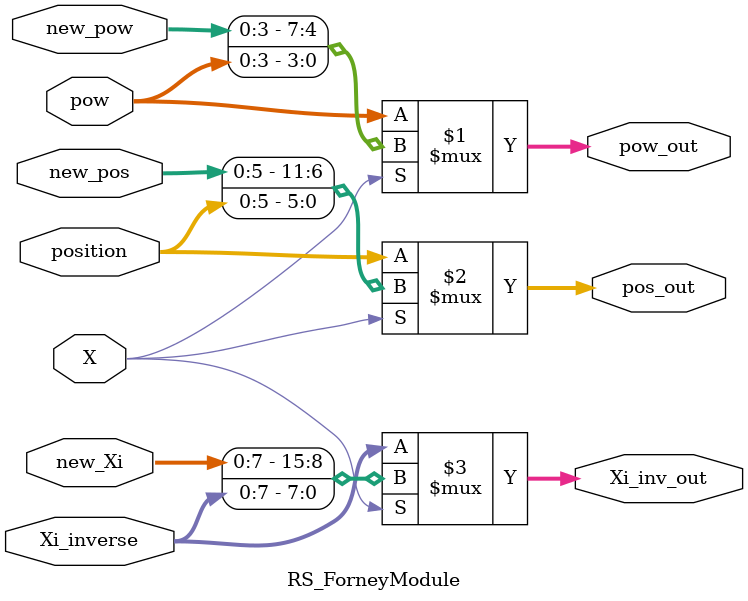
<source format=v>
`timescale 1ns / 1ps


module RS_Forney(
    input [0:11] lambda,
    input [0:7] omega,
    input [0:14] X,
    output [0:59] Y
    );
    
    wire [0:7]  power;
    wire [0:15] Xi_inv;
    wire [0:11] pos;
    wire [0:59] Ybuf1, Ybuf2;
    
    wire [0:7]  omegaEval;
    wire [0:7]  numerator;
    wire [0:7]  magnitude;
    
    wire [0:7]  pows      [14:0];
    wire [0:11] positions [14:0];
    wire [0:15] Xi_invs   [14:0];
    
    GF_Poly_Evaluate2 pe0(omega, Xi_inv[0:7], omegaEval[0:3]);
    GF_Poly_Evaluate2 pe1(omega, Xi_inv[8:15], omegaEval[4:7]);

    GF_Multiply m0(numerator[0:3], omegaEval[0:3], magnitude[0:3]);
    GF_Multiply m1(numerator[4:7], omegaEval[4:7], magnitude[4:7]);  

    GF_Divide d0(power[0:3], lambda[4:7], numerator[0:3]);
    GF_Divide d1(power[4:7], lambda[4:7], numerator[4:7]);
    
    RS_ForneyModule x0(
        .X(X[0]),
        .pow(8'h0),
        .position(12'h0),
        .Xi_inverse(16'h0),
        .new_pow(4'h8),
        .new_pos(6'h0),
        .new_Xi(8'h21),
        
        .pow_out(pows[0]),
        .pos_out(positions[0]),
        .Xi_inv_out(Xi_invs[0])
    );
    
    RS_ForneyModule x1(
        .X(X[1]),
        .pow(pows[0]),
        .position(positions[0]),
        .Xi_inverse(Xi_invs[0]),
        .new_pow(4'hC),
        .new_pos(6'h4),
        .new_Xi(8'h41),
        
        .pow_out(pows[1]),
        .pos_out(positions[1]),
        .Xi_inv_out(Xi_invs[1])
    );
    
    RS_ForneyModule x2(
        .X(X[2]),
        .pow(pows[1]),
        .position(positions[1]),
        .Xi_inverse(Xi_invs[1]),
        .new_pow(4'hA),
        .new_pos(6'h8),
        .new_Xi(8'h81),
        
        .pow_out(pows[2]),
        .pos_out(positions[2]),
        .Xi_inv_out(Xi_invs[2])
    );
    
    RS_ForneyModule x3(
        .X(X[3]),
        .pow(pows[2]),
        .position(positions[2]),
        .Xi_inverse(Xi_invs[2]),
        .new_pow(4'hF),
        .new_pos(6'hC),
        .new_Xi(8'h31),
        
        .pow_out(pows[3]),
        .pos_out(positions[3]),
        .Xi_inv_out(Xi_invs[3])
    );
    
    RS_ForneyModule x4(
        .X(X[4]),
        .pow(pows[3]),
        .position(positions[3]),
        .Xi_inverse(Xi_invs[3]),
        .new_pow(4'h1),
        .new_pos(6'h10),
        .new_Xi(8'h61),
        
        .pow_out(pows[4]),
        .pos_out(positions[4]),
        .Xi_inv_out(Xi_invs[4])
    );
    
    RS_ForneyModule x5(
        .X(X[5]),
        .pow(pows[4]),
        .position(positions[4]),
        .Xi_inverse(Xi_invs[4]),
        .new_pow(4'h8),
        .new_pos(6'h14),
        .new_Xi(8'hC1),
        
        .pow_out(pows[5]),
        .pos_out(positions[5]),
        .Xi_inv_out(Xi_invs[5])
    );
    
    RS_ForneyModule x6(
        .X(X[6]),
        .pow(pows[5]),
        .position(positions[5]),
        .Xi_inverse(Xi_invs[5]),
        .new_pow(4'hC),
        .new_pos(6'h18),
        .new_Xi(8'hB1),
        
        .pow_out(pows[6]),
        .pos_out(positions[6]),
        .Xi_inv_out(Xi_invs[6])
    );
    
    RS_ForneyModule x7(
        .X(X[7]),
        .pow(pows[6]),
        .position(positions[6]),
        .Xi_inverse(Xi_invs[6]),
        .new_pow(4'hA),
        .new_pos(6'h1C),
        .new_Xi(8'h51),
        
        .pow_out(pows[7]),
        .pos_out(positions[7]),
        .Xi_inv_out(Xi_invs[7])
    );
    
    RS_ForneyModule x8(
        .X(X[8]),
        .pow(pows[7]),
        .position(positions[7]),
        .Xi_inverse(Xi_invs[7]),
        .new_pow(4'hF),
        .new_pos(6'h20),
        .new_Xi(8'hA1),
        
        .pow_out(pows[8]),
        .pos_out(positions[8]),
        .Xi_inv_out(Xi_invs[8])
    );
    
    RS_ForneyModule x9(
        .X(X[9]),
        .pow(pows[8]),
        .position(positions[8]),
        .Xi_inverse(Xi_invs[8]),
        .new_pow(4'h1),
        .new_pos(6'h24),
        .new_Xi(8'h71),
        
        .pow_out(pows[9]),
        .pos_out(positions[9]),
        .Xi_inv_out(Xi_invs[9])
    );
    
    RS_ForneyModule x10(
        .X(X[10]),
        .pow(pows[9]),
        .position(positions[9]),
        .Xi_inverse(Xi_invs[9]),
        .new_pow(4'h8),
        .new_pos(6'h28),
        .new_Xi(8'hE1),
        
        .pow_out(pows[10]),
        .pos_out(positions[10]),
        .Xi_inv_out(Xi_invs[10])
    );
    
    RS_ForneyModule x11(
        .X(X[11]),
        .pow(pows[10]),
        .position(positions[10]),
        .Xi_inverse(Xi_invs[10]),
        .new_pow(4'hC),
        .new_pos(6'h2C),
        .new_Xi(8'hF1),
        
        .pow_out(pows[11]),
        .pos_out(positions[11]),
        .Xi_inv_out(Xi_invs[11])
    );
    
    RS_ForneyModule x12(
        .X(X[12]),
        .pow(pows[11]),
        .position(positions[11]),
        .Xi_inverse(Xi_invs[11]),
        .new_pow(4'hA),
        .new_pos(6'h30),
        .new_Xi(8'hD1),
        
        .pow_out(pows[12]),
        .pos_out(positions[12]),
        .Xi_inv_out(Xi_invs[12])
    );
    
    RS_ForneyModule x13(
        .X(X[13]),
        .pow(pows[12]),
        .position(positions[12]),
        .Xi_inverse(Xi_invs[12]),
        .new_pow(4'hF),
        .new_pos(6'h34),
        .new_Xi(8'h91),
        
        .pow_out(pows[13]),
        .pos_out(positions[13]),
        .Xi_inv_out(Xi_invs[13])
    );
    
    RS_ForneyModule x14(
        .X(X[14]),
        .pow(pows[13]),
        .position(positions[13]),
        .Xi_inverse(Xi_invs[13]),
        .new_pow(4'h1),
        .new_pos(6'h38),
        .new_Xi(8'h11),
        
        .pow_out(power),
        .pos_out(pos),
        .Xi_inv_out(Xi_inv)
    );
    
    assign Ybuf1 = {magnitude[0:3], 56'h0};
    assign Ybuf2 = {magnitude[4:7], 56'h0};
    assign Y = (Ybuf1 >> pos[0:5]) | (Ybuf2 >> pos[6:11]);
endmodule

module RS_ForneyModule(
    input X,
    input [0:11] position,
    input [0:15] Xi_inverse,
    input [0:7]  pow,
    input [0:5]  new_pos,
    input [0:7]  new_Xi,
    input [0:3]  new_pow,
    
    output [0:7] pow_out,
    output [0:11] pos_out,
    output [0:15] Xi_inv_out
    );

    wire [0:7]  pow_new;
    wire [0:11] pos_new;
    wire [0:15] Xi_inv_new;
    
    assign pow_out    = X ? {new_pow, pow[0:3]}        : pow;
    assign pos_out    = X ? {new_pos, position[0:5]}   : position;
    assign Xi_inv_out = X ? {new_Xi,  Xi_inverse[0:7]} : Xi_inverse;
endmodule

</source>
